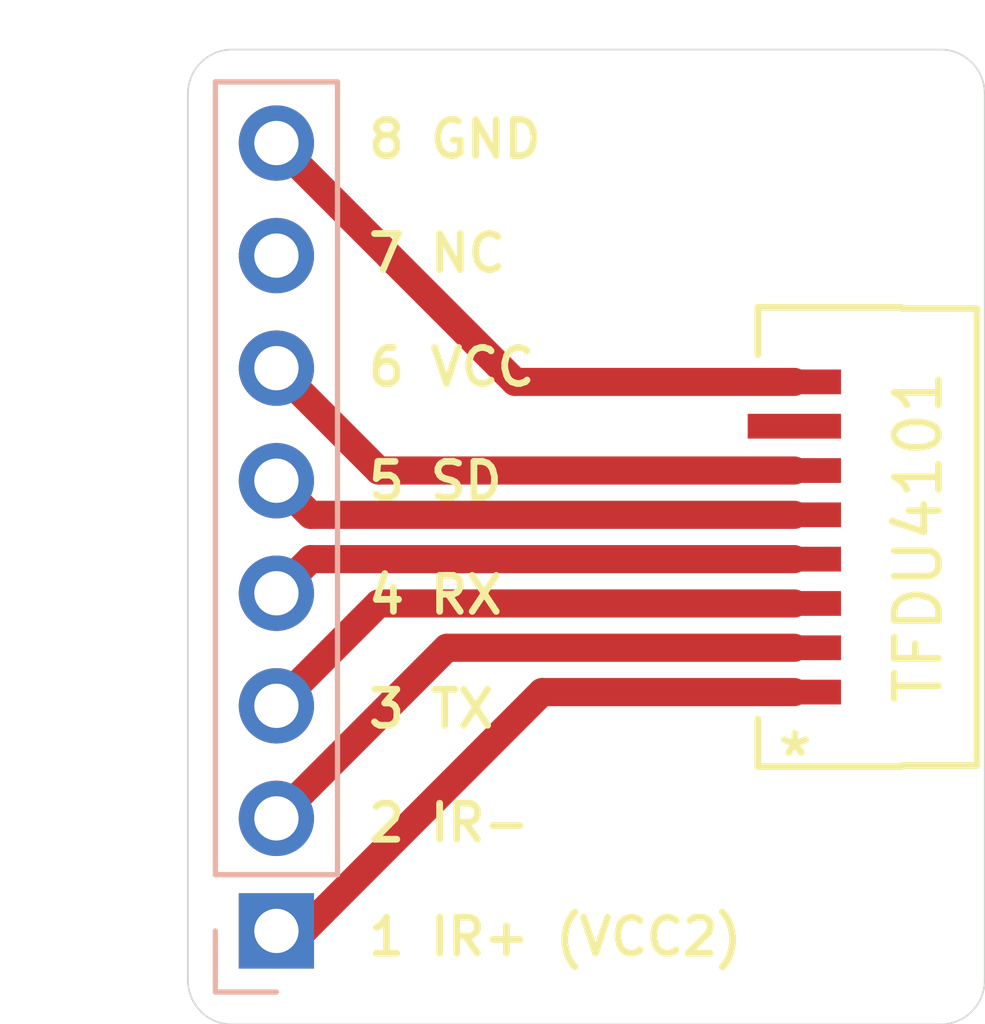
<source format=kicad_pcb>
(kicad_pcb (version 20241229) (generator "pcbnew") (generator_version "9.0")
  (title_block (title "TFDU4101 Breakout") (date "2026-01-24") (rev "1") (company "Partlyhuman"))
  (layers (0 "F.Cu" mixed) (2 "B.Cu" mixed) (13 "F.Paste" user) (15 "B.Paste" user) (5 "F.SilkS" user "F.Silkscreen") (7 "B.SilkS" user "B.Silkscreen") (1 "F.Mask" user) (3 "B.Mask" user) (25 "Edge.Cuts" user))
  (net 0 "")
  (net 1 "Net-(J1-Pin_5)")
  (net 2 "Net-(J1-Pin_8)")
  (net 3 "Net-(J1-Pin_3)")
  (net 4 "Net-(J1-Pin_1)")
  (net 5 "Net-(J1-Pin_2)")
  (net 7 "Net-(J1-Pin_4)")
  (net 8 "Net-(J1-Pin_6)")
  (footprint "TFDU4101:SMT_101-TR3_VIS" (layer "F.Cu") (at 100 100)
    (property "Reference" "U1" (hide yes))
    (property "Value" "TFDU4101" (at 2 0 90) (layer "F.SilkS"))
    (fp_line (start -1.6256 -5.1816) (end 1.6256 -5.1816) (stroke (width 0.1524)) (layer "F.SilkS"))
    (fp_line (start -1.6256 -4.112133) (end -1.6256 -5.1816) (stroke (width 0.1524)) (layer "F.SilkS"))
    (fp_line (start -1.6256 5.1816) (end -1.6256 4.112133) (stroke (width 0.1524)) (layer "F.SilkS"))
    (fp_line (start 1.6256 -5.1562) (end 3.3256 -5.1562) (stroke (width 0.1524)) (layer "F.SilkS"))
    (fp_line (start 1.6256 5.1816) (end -1.6256 5.1816) (stroke (width 0.1524)) (layer "F.SilkS"))
    (fp_line (start 3.3256 -5.1562) (end 3.3256 5.1562) (stroke (width 0.1524)) (layer "F.SilkS"))
    (fp_line (start 3.3256 5.1562) (end 1.6256 5.1562) (stroke (width 0.1524)) (layer "F.SilkS"))
    (fp_text user "*" (at -0.787399 4.9784 0) (layer "F.SilkS"))
    (fp_text user "*" (at -0.787399 4.9784 0) (layer "F.SilkS"))
    (pad "1" smd rect (at -0.8001 3.499993) (size 2.1082 0.5588) (layers "F.Cu" "F.Mask" "F.Paste") (net 4 "Net-(J1-Pin_1)"))
    (pad "2" smd rect (at -0.800101 2.499995) (size 2.1082 0.5588) (layers "F.Cu" "F.Mask" "F.Paste") (net 5 "Net-(J1-Pin_2)"))
    (pad "3" smd rect (at -0.8001 1.499997) (size 2.1082 0.5588) (layers "F.Cu" "F.Mask" "F.Paste") (net 3 "Net-(J1-Pin_3)"))
    (pad "4" smd rect (at -0.8001 0.499999) (size 2.1082 0.5588) (layers "F.Cu" "F.Mask" "F.Paste") (net 7 "Net-(J1-Pin_4)"))
    (pad "5" smd rect (at -0.8001 -0.499999) (size 2.1082 0.5588) (layers "F.Cu" "F.Mask" "F.Paste") (net 1 "Net-(J1-Pin_5)"))
    (pad "6" smd rect (at -0.8001 -1.499997) (size 2.1082 0.5588) (layers "F.Cu" "F.Mask" "F.Paste") (net 8 "Net-(J1-Pin_6)"))
    (pad "7" smd rect (at -0.800101 -2.499995) (size 2.1082 0.5588) (layers "F.Cu" "F.Mask" "F.Paste"))
    (pad "8" smd rect (at -0.8001 -3.499993) (size 2.1082 0.5588) (layers "F.Cu" "F.Mask" "F.Paste") (net 2 "Net-(J1-Pin_8)"))
  )
  (footprint "Connector_PinHeader_2.54mm:PinHeader_1x08_P2.54mm_Vertical" (layer "B.Cu") (at 87.5 108.890001)
    (property "Reference" "J1" (hide yes))
    (property "Value" "Conn_01x08_Pin")
    (fp_line (start -1.38 -1.27) (end -1.379999 -19.16) (stroke (width 0.12)) (layer "B.SilkS"))
    (fp_line (start -1.38 -1.27) (end 1.38 -1.27) (stroke (width 0.12)) (layer "B.SilkS"))
    (fp_line (start -1.38 1.38) (end 0 1.379999) (stroke (width 0.12)) (layer "B.SilkS"))
    (fp_line (start -1.379999 -19.16) (end 1.379999 -19.16) (stroke (width 0.12)) (layer "B.SilkS"))
    (fp_line (start -1.379999 0) (end -1.38 1.38) (stroke (width 0.12)) (layer "B.SilkS"))
    (fp_line (start 1.38 -1.27) (end 1.379999 -19.16) (stroke (width 0.12)) (layer "B.SilkS"))
    (pad "1" thru_hole rect (at 0 0) (size 1.7 1.7) (drill 1) (layers "*.Cu" "*.Mask") (net 4 "Net-(J1-Pin_1)"))
    (pad "2" thru_hole circle (at 0 -2.54) (size 1.7 1.7) (drill 1) (layers "*.Cu" "*.Mask") (net 5 "Net-(J1-Pin_2)"))
    (pad "3" thru_hole circle (at 0 -5.079999) (size 1.7 1.7) (drill 1) (layers "*.Cu" "*.Mask") (net 3 "Net-(J1-Pin_3)"))
    (pad "4" thru_hole circle (at 0 -7.62) (size 1.7 1.7) (drill 1) (layers "*.Cu" "*.Mask") (net 7 "Net-(J1-Pin_4)"))
    (pad "5" thru_hole circle (at 0 -10.16) (size 1.7 1.7) (drill 1) (layers "*.Cu" "*.Mask") (net 1 "Net-(J1-Pin_5)"))
    (pad "6" thru_hole circle (at 0 -12.7) (size 1.7 1.7) (drill 1) (layers "*.Cu" "*.Mask") (net 8 "Net-(J1-Pin_6)"))
    (pad "7" thru_hole circle (at 0 -15.24) (size 1.7 1.7) (drill 1) (layers "*.Cu" "*.Mask"))
    (pad "8" thru_hole circle (at 0 -17.780001) (size 1.7 1.7) (drill 1) (layers "*.Cu" "*.Mask") (net 2 "Net-(J1-Pin_8)"))
  )
  (gr_line (start 85.5 110) (end 85.5 90) (stroke (width 0.0381)) (layer "Edge.Cuts"))
  (gr_arc (start 85.5 90) (mid 85.792893 89.292893) (end 86.5 89) (stroke (width 0.0381)) (layer "Edge.Cuts"))
  (gr_arc (start 86.5 111) (mid 85.792893 110.707107) (end 85.5 110) (stroke (width 0.0381)) (layer "Edge.Cuts"))
  (gr_line (start 86.5 89) (end 102.5 89) (stroke (width 0.0381)) (layer "Edge.Cuts"))
  (gr_arc (start 103.5 110) (mid 103.207107 110.707107) (end 102.5 111) (stroke (width 0.0381)) (layer "Edge.Cuts"))
  (gr_line (start 103.5 90) (end 103.5 110) (stroke (width 0.0381)) (layer "Edge.Cuts"))
  (gr_arc (start 102.5 89) (mid 103.207107 89.292893) (end 103.5 90) (stroke (width 0.0381)) (layer "Edge.Cuts"))
  (gr_line (start 102.5 111) (end 86.5 111) (stroke (width 0.0381)) (layer "Edge.Cuts"))
  (gr_text "5 SD" (at 89.5 99.214286 0) (layer "F.SilkS") (effects (font (size 0.8128 0.8128) (thickness 0.1524) (bold yes)) (justify left bottom)))
  (gr_text "1 IR+ (VCC2)" (at 89.5 109.5 0) (layer "F.SilkS") (effects (font (size 0.8128 0.8128) (thickness 0.1524) (bold yes)) (justify left bottom)))
  (gr_text "6 VCC" (at 89.5 96.642857 0) (layer "F.SilkS") (effects (font (size 0.8128 0.8128) (thickness 0.1524) (bold yes)) (justify left bottom)))
  (gr_text "3 TX" (at 89.5 104.357143 0) (layer "F.SilkS") (effects (font (size 0.8128 0.8128) (thickness 0.1524) (bold yes)) (justify left bottom)))
  (gr_text "7 NC" (at 89.5 94.071429 0) (layer "F.SilkS") (effects (font (size 0.8128 0.8128) (thickness 0.1524) (bold yes)) (justify left bottom)))
  (gr_text "2 IR-" (at 89.5 106.928571 0) (layer "F.SilkS") (effects (font (size 0.8128 0.8128) (thickness 0.1524) (bold yes)) (justify left bottom)))
  (gr_text "8 GND" (at 89.5 91.5 0) (layer "F.SilkS") (effects (font (size 0.8128 0.8128) (thickness 0.1524) (bold yes)) (justify left bottom)))
  (gr_text "4 RX" (at 89.5 101.785714 0) (layer "F.SilkS") (effects (font (size 0.8128 0.8128) (thickness 0.1524) (bold yes)) (justify left bottom)))
  (segment (start 87.5 98.730001) (end 88.27 99.500001) (width 0.635) (layer "F.Cu") (net 1))
  (segment (start 88.27 99.500001) (end 99.1999 99.500001) (width 0.635) (layer "F.Cu") (net 1))
  (segment (start 87.5 91.11) (end 92.890007 96.500007) (width 0.635) (layer "F.Cu") (net 2))
  (segment (start 92.890007 96.500007) (end 99.1999 96.500007) (width 0.635) (layer "F.Cu") (net 2))
  (segment (start 89.810005 101.499997) (end 99.1999 101.499997) (width 0.635) (layer "F.Cu") (net 3))
  (segment (start 87.5 103.810002) (end 89.810005 101.499997) (width 0.635) (layer "F.Cu") (net 3))
  (segment (start 88.109999 108.890001) (end 93.500007 103.499993) (width 0.635) (layer "F.Cu") (net 4))
  (segment (start 87.5 108.890001) (end 88.109999 108.890001) (width 0.635) (layer "F.Cu") (net 4))
  (segment (start 93.500007 103.499993) (end 99.1999 103.499993) (width 0.635) (layer "F.Cu") (net 4))
  (segment (start 87.5 106.350001) (end 91.350006 102.499995) (width 0.635) (layer "F.Cu") (net 5))
  (segment (start 91.350006 102.499995) (end 99.199899 102.499995) (width 0.635) (layer "F.Cu") (net 5))
  (segment (start 88.270002 100.499999) (end 99.1999 100.499999) (width 0.635) (layer "F.Cu") (net 7))
  (segment (start 87.5 101.270001) (end 88.270002 100.499999) (width 0.635) (layer "F.Cu") (net 7))
  (segment (start 87.5 96.190001) (end 89.810002 98.500003) (width 0.635) (layer "F.Cu") (net 8))
  (segment (start 89.810002 98.500003) (end 99.1999 98.500003) (width 0.635) (layer "F.Cu") (net 8))
)
</source>
